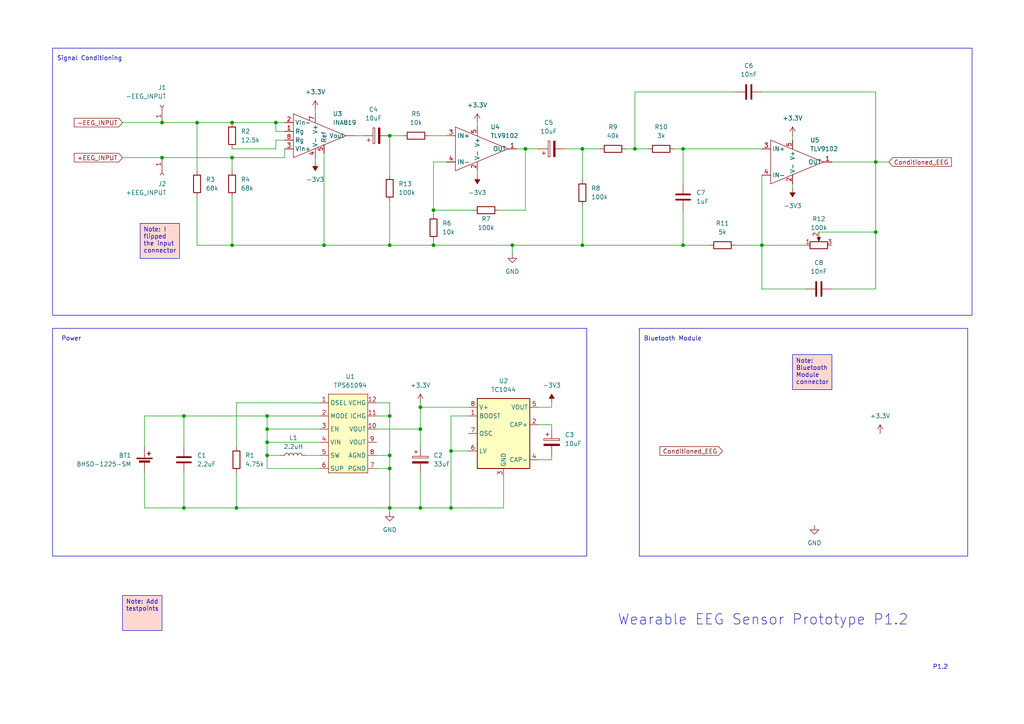
<source format=kicad_sch>
(kicad_sch (version 20230121) (generator eeschema)
  (paper "A4")
  (lib_symbols
    (symbol "Connector:Conn_01x01_Socket" (pin_names (offset 1.016) hide)
      (property "Reference" "J" (at 0 2.54 0))
      (property "Value" "Conn_01x01_Socket" (at 0 -2.54 0))
      (symbol "Conn_01x01_Socket_1_1"
        (polyline (pts (xy -1.27 0) (xy -0.508 0)) (stroke (width 0.1524)))
        (arc (start 0 0.508) (mid -0.5058 0) (end 0 -0.508) (stroke (width 0.1524)))
        (pin passive line (at -5.08 0 0) (length 3.81) (name "Pin_1") (number "1"))
      )
    )
    (symbol "Device:Battery_Cell" (pin_numbers hide) (pin_names (offset 0) hide)
      (property "Reference" "BT" (at 2.54 2.54 0))
      (property "Value" "Battery_Cell" (at 2.54 0 0))
      (symbol "Battery_Cell_0_1"
        (rectangle (start -2.286 1.778) (end 2.286 1.524) (fill (type outline)))
        (rectangle (start -1.524 1.016) (end 1.524 0.508) (fill (type outline)))
        (polyline (pts (xy 0 0.762) (xy 0 0)))
        (polyline (pts (xy 0 1.778) (xy 0 2.54)))
        (polyline (pts (xy 0.762 3.048) (xy 1.778 3.048)) (stroke (width 0.254)))
        (polyline (pts (xy 1.27 3.556) (xy 1.27 2.54)) (stroke (width 0.254)))
      )
      (symbol "Battery_Cell_1_1"
        (pin passive line (at 0 5.08 270) (length 2.54) (name "+") (number "1"))
        (pin passive line (at 0 -2.54 90) (length 2.54) (name "-") (number "2"))
      )
    )
    (symbol "Device:C" (pin_numbers hide) (pin_names (offset 0.254))
      (property "Reference" "C" (at 0.635 2.54 0))
      (property "Value" "C" (at 0.635 -2.54 0))
      (symbol "C_0_1"
        (polyline (pts (xy -2.032 -0.762) (xy 2.032 -0.762)) (stroke (width 0.508)))
        (polyline (pts (xy -2.032 0.762) (xy 2.032 0.762)) (stroke (width 0.508)))
      )
      (symbol "C_1_1"
        (pin passive line (at 0 3.81 270) (length 2.794) (name "~") (number "1"))
        (pin passive line (at 0 -3.81 90) (length 2.794) (name "~") (number "2"))
      )
    )
    (symbol "Device:C_Polarized" (pin_numbers hide) (pin_names (offset 0.254))
      (property "Reference" "C" (at 0.635 2.54 0))
      (property "Value" "C_Polarized" (at 0.635 -2.54 0))
      (symbol "C_Polarized_0_1"
        (rectangle (start -2.286 0.508) (end 2.286 1.016))
        (polyline (pts (xy -1.778 2.286) (xy -0.762 2.286)))
        (polyline (pts (xy -1.27 2.794) (xy -1.27 1.778)))
        (rectangle (start 2.286 -0.508) (end -2.286 -1.016) (fill (type outline)))
      )
      (symbol "C_Polarized_1_1"
        (pin passive line (at 0 3.81 270) (length 2.794) (name "~") (number "1"))
        (pin passive line (at 0 -3.81 90) (length 2.794) (name "~") (number "2"))
      )
    )
    (symbol "Device:L" (pin_numbers hide) (pin_names (offset 1.016) hide)
      (property "Reference" "L" (at -1.27 0 90))
      (property "Value" "L" (at 1.905 0 90))
      (symbol "L_0_1"
        (arc (start 0 -2.54) (mid 0.6323 -1.905) (end 0 -1.27))
        (arc (start 0 -1.27) (mid 0.6323 -0.635) (end 0 0))
        (arc (start 0 0) (mid 0.6323 0.635) (end 0 1.27))
        (arc (start 0 1.27) (mid 0.6323 1.905) (end 0 2.54))
      )
      (symbol "L_1_1"
        (pin passive line (at 0 3.81 270) (length 1.27) (name "1") (number "1"))
        (pin passive line (at 0 -3.81 90) (length 1.27) (name "2") (number "2"))
      )
    )
    (symbol "Device:R" (pin_numbers hide) (pin_names (offset 0))
      (property "Reference" "R" (at 2.032 0 90))
      (property "Value" "R" (at 0 0 90))
      (symbol "R_0_1"
        (rectangle (start -1.016 -2.54) (end 1.016 2.54) (stroke (width 0.254)))
      )
      (symbol "R_1_1"
        (pin passive line (at 0 3.81 270) (length 1.27) (name "~") (number "1"))
        (pin passive line (at 0 -3.81 90) (length 1.27) (name "~") (number "2"))
      )
    )
    (symbol "Device:R_Potentiometer" (pin_names (offset 1.016) hide)
      (property "Reference" "RV" (at -4.445 0 90))
      (property "Value" "R_Potentiometer" (at -2.54 0 90))
      (symbol "R_Potentiometer_0_1"
        (polyline (pts (xy 2.54 0) (xy 1.524 0)))
        (polyline (pts (xy 1.143 0) (xy 2.286 0.508) (xy 2.286 -0.508) (xy 1.143 0)) (fill (type outline)))
        (rectangle (start 1.016 2.54) (end -1.016 -2.54) (stroke (width 0.254)))
      )
      (symbol "R_Potentiometer_1_1"
        (pin passive line (at 0 3.81 270) (length 1.27) (name "1") (number "1"))
        (pin passive line (at 3.81 0 180) (length 1.27) (name "2") (number "2"))
        (pin passive line (at 0 -3.81 90) (length 1.27) (name "3") (number "3"))
      )
    )
    (symbol "My_Library:INA118"
      (property "Reference" "U" (at 3.81 6.35 0))
      (symbol "INA118_0_1"
        (polyline (pts (xy -5.08 5.08) (xy -5.08 -6.35) (xy 10.16 0) (xy -5.08 6.35) (xy -5.08 5.08)))
      )
      (symbol "INA118_1_0"
        (pin bidirectional line (at 12.7 0 180) (length 2.54) (name "Vout") (number ""))
        (pin bidirectional line (at -7.62 1.27 0) (length 2.54) (name "Rg") (number "1"))
        (pin input line (at -7.62 3.81 0) (length 2.54) (name "Vin-") (number "2"))
        (pin input line (at -7.62 -3.81 0) (length 2.54) (name "Vin+") (number "3"))
        (pin bidirectional line (at 1.27 -6.35 90) (length 2.54) (name "V-") (number "4"))
        (pin bidirectional line (at 3.81 -5.08 90) (length 2.54) (name "Ref") (number "5"))
        (pin bidirectional line (at 1.27 6.35 270) (length 2.54) (name "V+") (number "7"))
        (pin bidirectional line (at -7.62 -1.27 0) (length 2.54) (name "Rg") (number "8"))
      )
    )
    (symbol "My_Library:TLV9101"
      (property "Reference" "U" (at 0 8.89 0))
      (symbol "TLV9101_0_1"
        (polyline (pts (xy 0 7.62) (xy 0 -5.08) (xy 15.24 1.27) (xy 0 7.62)))
      )
      (symbol "TLV9101_1_0"
        (pin output line (at 17.78 1.27 180) (length 2.54) (name "OUT") (number "1"))
        (pin input line (at 6.35 -5.08 90) (length 2.54) (name "V-") (number "2"))
        (pin input line (at -2.54 5.08 0) (length 2.54) (name "IN+") (number "3"))
        (pin input line (at -2.54 -2.54 0) (length 2.54) (name "IN-") (number "4"))
        (pin input line (at 6.35 7.62 270) (length 2.54) (name "V+") (number "5"))
      )
    )
    (symbol "My_Library:TPS61094"
      (property "Reference" "U1" (at 1.27 5.08 0))
      (property "Value" "TPS61094" (at 1.27 2.54 0))
      (symbol "TPS61094_1_1"
        (polyline (pts (xy -5.08 0) (xy -5.08 -22.86) (xy 6.35 -22.86) (xy 6.35 0) (xy -5.08 0)) (fill (type background)))
        (pin input line (at -7.62 -2.54 0) (length 2.54) (name "OSEL") (number "1"))
        (pin output line (at 8.89 -10.16 180) (length 2.54) (name "VOUT") (number "10"))
        (pin input line (at 8.89 -6.35 180) (length 2.54) (name "ICHG") (number "11"))
        (pin input line (at 8.89 -2.54 180) (length 2.54) (name "VCHG") (number "12"))
        (pin input line (at -7.62 -6.35 0) (length 2.54) (name "MODE") (number "2"))
        (pin input line (at -7.62 -10.16 0) (length 2.54) (name "EN") (number "3"))
        (pin input line (at -7.62 -13.97 0) (length 2.54) (name "VIN") (number "4"))
        (pin input line (at -7.62 -17.78 0) (length 2.54) (name "SW") (number "5"))
        (pin input line (at -7.62 -21.59 0) (length 2.54) (name "SUP") (number "6"))
        (pin output line (at 8.89 -21.59 180) (length 2.54) (name "PGND") (number "7"))
        (pin output line (at 8.89 -17.78 180) (length 2.54) (name "AGND") (number "8"))
        (pin output line (at 8.89 -13.97 180) (length 2.54) (name "VOUT") (number "9"))
      )
    )
    (symbol "Regulator_SwitchedCapacitor:LTC1044"
      (property "Reference" "U" (at -6.35 11.43 0))
      (property "Value" "LTC1044" (at 3.81 11.43 0))
      (symbol "LTC1044_0_1"
        (rectangle (start -7.62 10.16) (end 7.62 -10.16) (stroke (width 0.254)) (fill (type background)))
      )
      (symbol "LTC1044_1_1"
        (pin input line (at -10.16 5.08 0) (length 2.54) (name "BOOST") (number "1"))
        (pin input line (at 10.16 2.54 180) (length 2.54) (name "CAP+") (number "2"))
        (pin power_in line (at 0 -12.7 90) (length 2.54) (name "GND") (number "3"))
        (pin input line (at 10.16 -7.62 180) (length 2.54) (name "CAP-") (number "4"))
        (pin power_out line (at 10.16 7.62 180) (length 2.54) (name "VOUT") (number "5"))
        (pin input line (at -10.16 -5.08 0) (length 2.54) (name "LV") (number "6"))
        (pin input line (at -10.16 0 0) (length 2.54) (name "OSC") (number "7"))
        (pin power_in line (at -10.16 7.62 0) (length 2.54) (name "V+") (number "8"))
      )
    )
    (symbol "power:+3.3V" (power) (pin_names (offset 0))
      (property "Value" "+3.3V" (at 0 3.556 0))
      (symbol "+3.3V_0_1"
        (polyline (pts (xy -0.762 1.27) (xy 0 2.54)))
        (polyline (pts (xy 0 0) (xy 0 2.54)))
        (polyline (pts (xy 0 2.54) (xy 0.762 1.27)))
      )
      (symbol "+3.3V_1_1"
        (pin power_in line (at 0 0 90) (length 0) hide (name "+3.3V") (number "1"))
      )
    )
    (symbol "power:-3V3" (power) (pin_names (offset 0))
      (property "Value" "-3V3" (at 0 3.81 0))
      (symbol "-3V3_0_0"
        (pin power_in line (at 0 0 90) (length 0) hide (name "-3V3") (number "1"))
      )
      (symbol "-3V3_0_1"
        (polyline (pts (xy 0 0) (xy 0 1.27) (xy 0.762 1.27) (xy 0 2.54) (xy -0.762 1.27) (xy 0 1.27)) (fill (type outline)))
      )
    )
    (symbol "power:GND" (power) (pin_names (offset 0))
      (property "Value" "GND" (at 0 -3.81 0))
      (symbol "GND_0_1"
        (polyline (pts (xy 0 0) (xy 0 -1.27) (xy 1.27 -1.27) (xy 0 -2.54) (xy -1.27 -1.27) (xy 0 -1.27)))
      )
      (symbol "GND_1_1"
        (pin power_in line (at 0 0 270) (length 0) hide (name "GND") (number "1"))
      )
    )
  )
  (junction (at 130.81 130.81))
  (junction (at 152.4 43.18))
  (junction (at 77.47 120.65))
  (junction (at 77.47 124.46))
  (junction (at 80.01 35.56))
  (junction (at 46.99 45.72))
  (junction (at 67.31 71.12))
  (junction (at 121.92 147.32))
  (junction (at 113.03 39.37))
  (junction (at 113.03 132.08))
  (junction (at 67.31 35.56))
  (junction (at 113.03 135.89))
  (junction (at 254 67.31))
  (junction (at 77.47 128.27))
  (junction (at 121.92 118.11))
  (junction (at 93.98 71.12))
  (junction (at 46.99 35.56))
  (junction (at 68.58 147.32))
  (junction (at 148.59 71.12))
  (junction (at 53.34 147.32))
  (junction (at 184.15 43.18))
  (junction (at 168.91 71.12))
  (junction (at 113.03 120.65))
  (junction (at 198.12 71.12))
  (junction (at 125.73 71.12))
  (junction (at 168.91 43.18))
  (junction (at 254 46.99))
  (junction (at 121.92 124.46))
  (junction (at 220.98 71.12))
  (junction (at 125.73 60.96))
  (junction (at 67.31 45.72))
  (junction (at 57.15 35.56))
  (junction (at 113.03 71.12))
  (junction (at 130.81 147.32))
  (junction (at 53.34 120.65))
  (junction (at 77.47 132.08))
  (junction (at 113.03 147.32))
  (junction (at 198.12 43.18))
  (wire (pts (xy 113.03 148.59) (xy 113.03 147.32)))
  (wire (pts (xy 125.73 69.85) (xy 125.73 71.12)))
  (wire (pts (xy 195.58 43.18) (xy 198.12 43.18)))
  (wire (pts (xy 220.98 83.82) (xy 233.68 83.82)))
  (wire (pts (xy 160.02 118.11) (xy 156.21 118.11)))
  (wire (pts (xy 254 67.31) (xy 254 83.82)))
  (wire (pts (xy 92.71 135.89) (xy 77.47 135.89)))
  (wire (pts (xy 254 46.99) (xy 254 26.67)))
  (wire (pts (xy 91.44 31.75) (xy 91.44 33.02)))
  (wire (pts (xy 113.03 71.12) (xy 125.73 71.12)))
  (wire (pts (xy 57.15 49.53) (xy 57.15 35.56)))
  (wire (pts (xy 57.15 35.56) (xy 67.31 35.56)))
  (wire (pts (xy 125.73 62.23) (xy 125.73 60.96)))
  (wire (pts (xy 113.03 39.37) (xy 116.84 39.37)))
  (wire (pts (xy 93.98 71.12) (xy 113.03 71.12)))
  (wire (pts (xy 121.92 147.32) (xy 130.81 147.32)))
  (wire (pts (xy 168.91 71.12) (xy 198.12 71.12)))
  (wire (pts (xy 152.4 43.18) (xy 156.21 43.18)))
  (wire (pts (xy 67.31 49.53) (xy 67.31 45.72)))
  (wire (pts (xy 80.01 40.64) (xy 82.55 40.64)))
  (wire (pts (xy 67.31 45.72) (xy 82.55 45.72)))
  (wire (pts (xy 138.43 50.8) (xy 138.43 49.53)))
  (wire (pts (xy 220.98 26.67) (xy 254 26.67)))
  (wire (pts (xy 41.91 129.54) (xy 41.91 120.65)))
  (wire (pts (xy 152.4 43.18) (xy 149.86 43.18)))
  (wire (pts (xy 41.91 147.32) (xy 53.34 147.32)))
  (wire (pts (xy 198.12 60.96) (xy 198.12 71.12)))
  (wire (pts (xy 168.91 43.18) (xy 173.99 43.18)))
  (wire (pts (xy 213.36 71.12) (xy 220.98 71.12)))
  (wire (pts (xy 160.02 133.35) (xy 156.21 133.35)))
  (wire (pts (xy 77.47 128.27) (xy 77.47 124.46)))
  (wire (pts (xy 67.31 35.56) (xy 80.01 35.56)))
  (wire (pts (xy 198.12 43.18) (xy 220.98 43.18)))
  (wire (pts (xy 113.03 135.89) (xy 113.03 147.32)))
  (wire (pts (xy 113.03 116.84) (xy 113.03 120.65)))
  (wire (pts (xy 241.3 83.82) (xy 254 83.82)))
  (wire (pts (xy 57.15 71.12) (xy 67.31 71.12)))
  (wire (pts (xy 41.91 137.16) (xy 41.91 147.32)))
  (wire (pts (xy 113.03 58.42) (xy 113.03 71.12)))
  (wire (pts (xy 77.47 120.65) (xy 92.71 120.65)))
  (wire (pts (xy 35.56 45.72) (xy 46.99 45.72)))
  (wire (pts (xy 135.89 120.65) (xy 130.81 120.65)))
  (wire (pts (xy 125.73 46.99) (xy 129.54 46.99)))
  (wire (pts (xy 198.12 43.18) (xy 198.12 53.34)))
  (wire (pts (xy 124.46 39.37) (xy 129.54 39.37)))
  (wire (pts (xy 41.91 120.65) (xy 53.34 120.65)))
  (wire (pts (xy 53.34 120.65) (xy 53.34 129.54)))
  (wire (pts (xy 121.92 137.16) (xy 121.92 147.32)))
  (wire (pts (xy 241.3 46.99) (xy 254 46.99)))
  (wire (pts (xy 138.43 35.56) (xy 138.43 36.83)))
  (wire (pts (xy 181.61 43.18) (xy 184.15 43.18)))
  (wire (pts (xy 121.92 118.11) (xy 135.89 118.11)))
  (wire (pts (xy 130.81 130.81) (xy 130.81 147.32)))
  (wire (pts (xy 213.36 26.67) (xy 184.15 26.67)))
  (wire (pts (xy 46.99 45.72) (xy 67.31 45.72)))
  (wire (pts (xy 46.99 35.56) (xy 57.15 35.56)))
  (wire (pts (xy 125.73 60.96) (xy 137.16 60.96)))
  (wire (pts (xy 113.03 50.8) (xy 113.03 39.37)))
  (wire (pts (xy 102.87 39.37) (xy 105.41 39.37)))
  (wire (pts (xy 254 46.99) (xy 254 67.31)))
  (wire (pts (xy 198.12 71.12) (xy 205.74 71.12)))
  (wire (pts (xy 77.47 135.89) (xy 77.47 132.08)))
  (wire (pts (xy 135.89 130.81) (xy 130.81 130.81)))
  (wire (pts (xy 67.31 43.18) (xy 80.01 43.18)))
  (wire (pts (xy 160.02 123.19) (xy 156.21 123.19)))
  (wire (pts (xy 53.34 147.32) (xy 68.58 147.32)))
  (wire (pts (xy 109.22 120.65) (xy 113.03 120.65)))
  (wire (pts (xy 113.03 132.08) (xy 113.03 135.89)))
  (wire (pts (xy 88.9 132.08) (xy 92.71 132.08)))
  (wire (pts (xy 68.58 116.84) (xy 68.58 129.54)))
  (wire (pts (xy 109.22 124.46) (xy 121.92 124.46)))
  (wire (pts (xy 220.98 71.12) (xy 220.98 83.82)))
  (wire (pts (xy 109.22 116.84) (xy 113.03 116.84)))
  (wire (pts (xy 67.31 57.15) (xy 67.31 71.12)))
  (wire (pts (xy 113.03 135.89) (xy 109.22 135.89)))
  (wire (pts (xy 121.92 124.46) (xy 121.92 129.54)))
  (wire (pts (xy 121.92 116.84) (xy 121.92 118.11)))
  (wire (pts (xy 35.56 35.56) (xy 46.99 35.56)))
  (wire (pts (xy 121.92 147.32) (xy 113.03 147.32)))
  (wire (pts (xy 91.44 46.99) (xy 91.44 45.72)))
  (wire (pts (xy 77.47 132.08) (xy 77.47 128.27)))
  (wire (pts (xy 67.31 71.12) (xy 93.98 71.12)))
  (wire (pts (xy 77.47 124.46) (xy 77.47 120.65)))
  (wire (pts (xy 146.05 138.43) (xy 146.05 147.32)))
  (wire (pts (xy 168.91 59.69) (xy 168.91 71.12)))
  (wire (pts (xy 229.87 54.61) (xy 229.87 53.34)))
  (wire (pts (xy 237.49 67.31) (xy 254 67.31)))
  (wire (pts (xy 80.01 35.56) (xy 80.01 38.1)))
  (wire (pts (xy 160.02 116.84) (xy 160.02 118.11)))
  (wire (pts (xy 163.83 43.18) (xy 168.91 43.18)))
  (wire (pts (xy 184.15 43.18) (xy 187.96 43.18)))
  (wire (pts (xy 113.03 120.65) (xy 113.03 132.08)))
  (wire (pts (xy 152.4 43.18) (xy 152.4 60.96)))
  (wire (pts (xy 68.58 137.16) (xy 68.58 147.32)))
  (wire (pts (xy 53.34 147.32) (xy 53.34 137.16)))
  (wire (pts (xy 77.47 124.46) (xy 92.71 124.46)))
  (wire (pts (xy 160.02 124.46) (xy 160.02 123.19)))
  (wire (pts (xy 80.01 43.18) (xy 80.01 40.64)))
  (wire (pts (xy 57.15 57.15) (xy 57.15 71.12)))
  (wire (pts (xy 254 46.99) (xy 257.81 46.99)))
  (wire (pts (xy 80.01 35.56) (xy 82.55 35.56)))
  (wire (pts (xy 125.73 71.12) (xy 148.59 71.12)))
  (wire (pts (xy 184.15 26.67) (xy 184.15 43.18)))
  (wire (pts (xy 168.91 43.18) (xy 168.91 52.07)))
  (wire (pts (xy 130.81 147.32) (xy 146.05 147.32)))
  (wire (pts (xy 113.03 132.08) (xy 109.22 132.08)))
  (wire (pts (xy 82.55 45.72) (xy 82.55 43.18)))
  (wire (pts (xy 220.98 50.8) (xy 220.98 71.12)))
  (wire (pts (xy 148.59 73.66) (xy 148.59 71.12)))
  (wire (pts (xy 68.58 147.32) (xy 113.03 147.32)))
  (wire (pts (xy 121.92 118.11) (xy 121.92 124.46)))
  (wire (pts (xy 160.02 132.08) (xy 160.02 133.35)))
  (wire (pts (xy 125.73 46.99) (xy 125.73 60.96)))
  (wire (pts (xy 220.98 71.12) (xy 233.68 71.12)))
  (wire (pts (xy 81.28 132.08) (xy 77.47 132.08)))
  (wire (pts (xy 53.34 120.65) (xy 77.47 120.65)))
  (wire (pts (xy 93.98 44.45) (xy 93.98 71.12)))
  (wire (pts (xy 229.87 39.37) (xy 229.87 40.64)))
  (wire (pts (xy 152.4 60.96) (xy 144.78 60.96)))
  (wire (pts (xy 77.47 128.27) (xy 92.71 128.27)))
  (wire (pts (xy 130.81 120.65) (xy 130.81 130.81)))
  (wire (pts (xy 148.59 71.12) (xy 168.91 71.12)))
  (wire (pts (xy 68.58 116.84) (xy 92.71 116.84)))
  (wire (pts (xy 80.01 38.1) (xy 82.55 38.1)))
  (rectangle (start 15.24 13.97) (end 281.94 91.44))
  (rectangle (start 185.42 95.25) (end 280.67 161.29))
  (rectangle (start 15.24 95.25) (end 170.18 161.29))
  (text_box "Note: Add testpoints" (at 35.56 172.72 0) (size 11.43 10.16) (fill (type color) (color 255 215 209 1)) (effects (font (size 1.27 1.27)) (justify left top)))
  (text_box "Note: I flipped the input connector" (at 40.64 64.77 0) (size 11.43 10.16) (fill (type color) (color 255 215 209 1)) (effects (font (size 1.27 1.27)) (justify left top)))
  (text_box "Note: Bluetooth Module connector" (at 229.87 102.87 0) (size 11.43 10.16) (fill (type color) (color 255 215 209 1)) (effects (font (size 1.27 1.27)) (justify left top)))
  (text "P1.2" (at 270.51 194.31 0) (effects (font (size 1.27 1.27)) (justify left bottom)))
  (text "Bluetooth Module" (at 186.69 99.06 0) (effects (font (size 1.27 1.27)) (justify left bottom)))
  (text "Signal Conditioning" (at 16.51 17.78 0) (effects (font (size 1.27 1.27)) (justify left bottom)))
  (text "Wearable EEG Sensor Prototype P1.2" (at 179.07 181.61 0) (effects (font (size 3 3)) (justify left bottom)))
  (text "Power" (at 17.78 99.06 0) (effects (font (size 1.27 1.27)) (justify left bottom)))
  (global_label "Conditioned_EEG" (shape input) (at 257.81 46.99 0) (property "Intersheetrefs" "${INTERSHEET_REFS}" (effects hide)))
  (global_label "+EEG_INPUT" (shape input) (at 35.56 45.72 180) (property "Intersheetrefs" "${INTERSHEET_REFS}" (effects hide)))
  (global_label "-EEG_INPUT" (shape input) (at 35.56 35.56 180) (property "Intersheetrefs" "${INTERSHEET_REFS}" (effects hide)))
  (global_label "Conditioned_EEG" (shape input) (at 209.55 130.81 180) (property "Intersheetrefs" "${INTERSHEET_REFS}" (effects hide)))
  (symbol (lib_id "Device:R") (at 113.03 54.61 0) (unit 1)
    (property "Reference" "R13" (at 115.57 53.34 0) (effects (justify left)))
    (property "Value" "100k" (at 115.57 55.88 0) (effects (justify left)))
    (property "Footprint" "Resistor_THT:R_Axial_DIN0207_L6.3mm_D2.5mm_P10.16mm_Horizontal" (effects hide))
  )
  (symbol (lib_id "Device:R") (at 191.77 43.18 90) (unit 1)
    (property "Reference" "R10" (at 191.77 36.83 90))
    (property "Value" "3k" (at 191.77 39.37 90))
    (property "Footprint" "Resistor_THT:R_Axial_DIN0207_L6.3mm_D2.5mm_P10.16mm_Horizontal" (effects hide))
  )
  (symbol (lib_id "Device:R") (at 57.15 53.34 0) (unit 1)
    (property "Reference" "R3" (at 59.69 52.07 0) (effects (justify left)))
    (property "Value" "68k" (at 59.69 54.61 0) (effects (justify left)))
    (property "Footprint" "Resistor_THT:R_Axial_DIN0207_L6.3mm_D2.5mm_P10.16mm_Horizontal" (effects hide))
  )
  (symbol (lib_id "power:-3V3") (at 229.87 54.61 180) (unit 1)
    (property "Reference" "#PWR04" (effects hide))
    (property "Value" "-3V3" (at 229.87 59.69 0))
  )
  (symbol (lib_id "Device:R_Potentiometer") (at 237.49 71.12 90) (unit 1)
    (property "Reference" "R12" (at 237.49 63.5 90))
    (property "Value" "100k" (at 237.49 66.04 90))
    (property "Footprint" "Resistor_THT:R_Axial_DIN0207_L6.3mm_D2.5mm_P10.16mm_Horizontal" (effects hide))
  )
  (symbol (lib_id "My_Library:TLV9101") (at 132.08 44.45 0) (unit 1)
    (property "Reference" "U4" (at 142.24 36.83 0) (effects (justify left)))
    (property "Value" "TLV9102" (at 142.24 39.37 0) (effects (justify left)))
  )
  (symbol (lib_id "Device:R") (at 68.58 133.35 0) (unit 1)
    (property "Reference" "R1" (at 71.12 132.08 0) (effects (justify left)))
    (property "Value" "4.75k" (at 71.12 134.62 0) (effects (justify left)))
    (property "Footprint" "Resistor_THT:R_Axial_DIN0207_L6.3mm_D2.5mm_P10.16mm_Horizontal" (effects hide))
  )
  (symbol (lib_id "power:-3V3") (at 138.43 50.8 180) (unit 1)
    (property "Reference" "#PWR08" (effects hide))
    (property "Value" "-3V3" (at 138.43 55.88 0))
  )
  (symbol (lib_id "power:+3.3V") (at 91.44 31.75 0) (unit 1)
    (property "Reference" "#PWR011" (effects hide))
    (property "Value" "+3.3V" (at 91.44 26.67 0))
  )
  (symbol (lib_id "Regulator_SwitchedCapacitor:LTC1044") (at 146.05 125.73 0) (unit 1)
    (property "Reference" "U2" (at 146.05 110.49 0))
    (property "Value" "TC1044" (at 146.05 113.03 0))
    (property "Datasheet" "https://www.analog.com/media/en/technical-documentation/data-sheets/lt1044.pdf" (effects hide))
  )
  (symbol (lib_id "power:GND") (at 148.59 73.66 0) (unit 1)
    (property "Reference" "#PWR06" (effects hide))
    (property "Value" "GND" (at 148.59 78.74 0))
  )
  (symbol (lib_id "Device:C_Polarized") (at 109.22 39.37 90) (unit 1)
    (property "Reference" "C4" (at 108.331 31.75 90))
    (property "Value" "10uF" (at 108.331 34.29 90))
    (property "Footprint" "Capacitor_THT:CP_Radial_D5.0mm_P2.50mm" (effects hide))
  )
  (symbol (lib_id "Device:R") (at 177.8 43.18 90) (unit 1)
    (property "Reference" "R9" (at 177.8 36.83 90))
    (property "Value" "40k" (at 177.8 39.37 90))
    (property "Footprint" "Resistor_THT:R_Axial_DIN0207_L6.3mm_D2.5mm_P10.16mm_Horizontal" (effects hide))
  )
  (symbol (lib_id "Connector:Conn_01x01_Socket") (at 46.99 30.48 270) (mirror x) (unit 1)
    (property "Reference" "J1" (at 48.26 25.4 90) (effects (justify right)))
    (property "Value" "-EEG_INPUT" (at 48.26 27.94 90) (effects (justify right)))
  )
  (symbol (lib_id "Device:R") (at 67.31 53.34 0) (unit 1)
    (property "Reference" "R4" (at 69.85 52.07 0) (effects (justify left)))
    (property "Value" "68k" (at 69.85 54.61 0) (effects (justify left)))
    (property "Footprint" "Resistor_THT:R_Axial_DIN0207_L6.3mm_D2.5mm_P10.16mm_Horizontal" (effects hide))
  )
  (symbol (lib_id "Device:R") (at 120.65 39.37 90) (unit 1)
    (property "Reference" "R5" (at 120.65 33.02 90))
    (property "Value" "10k" (at 120.65 35.56 90))
    (property "Footprint" "Resistor_THT:R_Axial_DIN0207_L6.3mm_D2.5mm_P10.16mm_Horizontal" (effects hide))
  )
  (symbol (lib_id "Device:C") (at 198.12 57.15 180) (unit 1)
    (property "Reference" "C7" (at 201.93 55.88 0) (effects (justify right)))
    (property "Value" "1uF" (at 201.93 58.42 0) (effects (justify right)))
    (property "Footprint" "Capacitor_THT:C_Rect_L7.0mm_W4.5mm_P5.00mm" (effects hide))
  )
  (symbol (lib_id "Device:R") (at 67.31 39.37 0) (unit 1)
    (property "Reference" "R2" (at 69.85 38.1 0) (effects (justify left)))
    (property "Value" "12.5k" (at 69.85 40.64 0) (effects (justify left)))
    (property "Footprint" "Resistor_THT:R_Axial_DIN0207_L6.3mm_D2.5mm_P10.16mm_Horizontal" (effects hide))
  )
  (symbol (lib_id "Device:C") (at 237.49 83.82 270) (unit 1)
    (property "Reference" "C8" (at 237.49 76.2 90))
    (property "Value" "10nF" (at 237.49 78.74 90))
    (property "Footprint" "Capacitor_THT:C_Rect_L7.0mm_W2.5mm_P5.00mm" (effects hide))
  )
  (symbol (lib_id "power:GND") (at 113.03 148.59 0) (unit 1)
    (property "Reference" "#PWR01" (effects hide))
    (property "Value" "GND" (at 113.03 153.67 0))
  )
  (symbol (lib_id "power:-3V3") (at 91.44 46.99 180) (unit 1)
    (property "Reference" "#PWR07" (effects hide))
    (property "Value" "-3V3" (at 91.44 52.07 0))
  )
  (symbol (lib_id "Device:R") (at 125.73 66.04 180) (unit 1)
    (property "Reference" "R6" (at 128.27 64.77 0) (effects (justify right)))
    (property "Value" "10k" (at 128.27 67.31 0) (effects (justify right)))
    (property "Footprint" "Resistor_THT:R_Axial_DIN0207_L6.3mm_D2.5mm_P10.16mm_Horizontal" (effects hide))
  )
  (symbol (lib_id "power:-3V3") (at 160.02 116.84 0) (unit 1)
    (property "Reference" "#PWR03" (effects hide))
    (property "Value" "-3V3" (at 160.02 111.76 0))
  )
  (symbol (lib_id "Device:R") (at 140.97 60.96 90) (unit 1)
    (property "Reference" "R7" (at 140.97 63.5 90))
    (property "Value" "100k" (at 140.97 66.04 90))
    (property "Footprint" "Resistor_THT:R_Axial_DIN0207_L6.3mm_D2.5mm_P10.16mm_Horizontal" (effects hide))
  )
  (symbol (lib_id "Device:R") (at 168.91 55.88 0) (unit 1)
    (property "Reference" "R8" (at 171.45 54.61 0) (effects (justify left)))
    (property "Value" "100k" (at 171.45 57.15 0) (effects (justify left)))
    (property "Footprint" "Resistor_THT:R_Axial_DIN0207_L6.3mm_D2.5mm_P10.16mm_Horizontal" (effects hide))
  )
  (symbol (lib_id "Device:C_Polarized") (at 121.92 133.35 0) (unit 1)
    (property "Reference" "C2" (at 125.73 132.08 0) (effects (justify left)))
    (property "Value" "33uF" (at 125.73 134.62 0) (effects (justify left)))
    (property "Footprint" "Capacitor_THT:CP_Radial_D8.0mm_P5.00mm" (effects hide))
  )
  (symbol (lib_id "Device:Battery_Cell") (at 41.91 134.62 0) (unit 1)
    (property "Reference" "BT1" (at 38.1 132.08 0) (effects (justify right)))
    (property "Value" "BHSD-1225-SM" (at 38.1 134.62 0) (effects (justify right)))
  )
  (symbol (lib_id "Device:L") (at 85.09 132.08 90) (unit 1)
    (property "Reference" "L1" (at 85.09 127 90))
    (property "Value" "2.2uH" (at 85.09 129.54 90))
  )
  (symbol (lib_id "Device:C_Polarized") (at 160.02 128.27 0) (unit 1)
    (property "Reference" "C3" (at 163.83 126.111 0) (effects (justify left)))
    (property "Value" "10uF" (at 163.83 128.651 0) (effects (justify left)))
    (property "Footprint" "Capacitor_THT:CP_Radial_D5.0mm_P2.50mm" (effects hide))
  )
  (symbol (lib_id "power:+3.3V") (at 255.27 125.73 0) (unit 1)
    (property "Reference" "#PWR09" (effects hide))
    (property "Value" "+3.3V" (at 255.27 120.65 0))
  )
  (symbol (lib_id "power:+3.3V") (at 121.92 116.84 0) (unit 1)
    (property "Reference" "#PWR02" (effects hide))
    (property "Value" "+3.3V" (at 121.92 111.76 0))
  )
  (symbol (lib_id "Device:C") (at 53.34 133.35 0) (unit 1)
    (property "Reference" "C1" (at 57.15 132.08 0) (effects (justify left)))
    (property "Value" "2.2uF" (at 57.15 134.62 0) (effects (justify left)))
    (property "Footprint" "Capacitor_THT:C_Rect_L7.0mm_W4.5mm_P5.00mm" (effects hide))
  )
  (symbol (lib_id "power:+3.3V") (at 229.87 39.37 0) (unit 1)
    (property "Reference" "#PWR012" (effects hide))
    (property "Value" "+3.3V" (at 229.87 34.29 0))
  )
  (symbol (lib_id "Device:R") (at 209.55 71.12 270) (unit 1)
    (property "Reference" "R11" (at 209.55 64.77 90))
    (property "Value" "5k" (at 209.55 67.31 90))
    (property "Footprint" "Resistor_THT:R_Axial_DIN0207_L6.3mm_D2.5mm_P10.16mm_Horizontal" (effects hide))
  )
  (symbol (lib_id "My_Library:TLV9101") (at 223.52 48.26 0) (unit 1)
    (property "Reference" "U5" (at 234.95 40.64 0) (effects (justify left)))
    (property "Value" "TLV9102" (at 234.95 43.18 0) (effects (justify left)))
  )
  (symbol (lib_id "Connector:Conn_01x01_Socket") (at 46.99 50.8 90) (mirror x) (unit 1)
    (property "Reference" "J2" (at 48.26 53.34 90) (effects (justify left)))
    (property "Value" "+EEG_INPUT" (at 48.26 55.88 90) (effects (justify left)))
  )
  (symbol (lib_id "Device:C") (at 217.17 26.67 270) (unit 1)
    (property "Reference" "C6" (at 217.17 19.05 90))
    (property "Value" "10nF" (at 217.17 21.59 90))
    (property "Footprint" "Capacitor_THT:C_Rect_L7.0mm_W2.5mm_P5.00mm" (effects hide))
  )
  (symbol (lib_id "Device:C_Polarized") (at 160.02 43.18 90) (unit 1)
    (property "Reference" "C5" (at 159.131 35.56 90))
    (property "Value" "10uF" (at 159.131 38.1 90))
    (property "Footprint" "Capacitor_THT:CP_Radial_D5.0mm_P2.50mm" (effects hide))
  )
  (symbol (lib_id "My_Library:TPS61094") (at 100.33 114.3 0) (unit 1)
    (property "Reference" "U1" (at 101.6 109.22 0))
    (property "Value" "TPS61094" (at 101.6 111.76 0))
  )
  (symbol (lib_id "power:GND") (at 236.22 152.4 0) (unit 1)
    (property "Reference" "#PWR05" (effects hide))
    (property "Value" "GND" (at 236.22 157.48 0))
  )
  (symbol (lib_id "power:+3.3V") (at 138.43 35.56 0) (unit 1)
    (property "Reference" "#PWR010" (effects hide))
    (property "Value" "+3.3V" (at 138.43 30.48 0))
  )
  (symbol (lib_id "My_Library:INA118") (at 90.17 39.37 0) (unit 1)
    (property "Reference" "U3" (at 96.52 33.02 0) (effects (justify left)))
    (property "Value" "INA819" (at 96.52 35.56 0) (effects (justify left)))
  )
)
</source>
